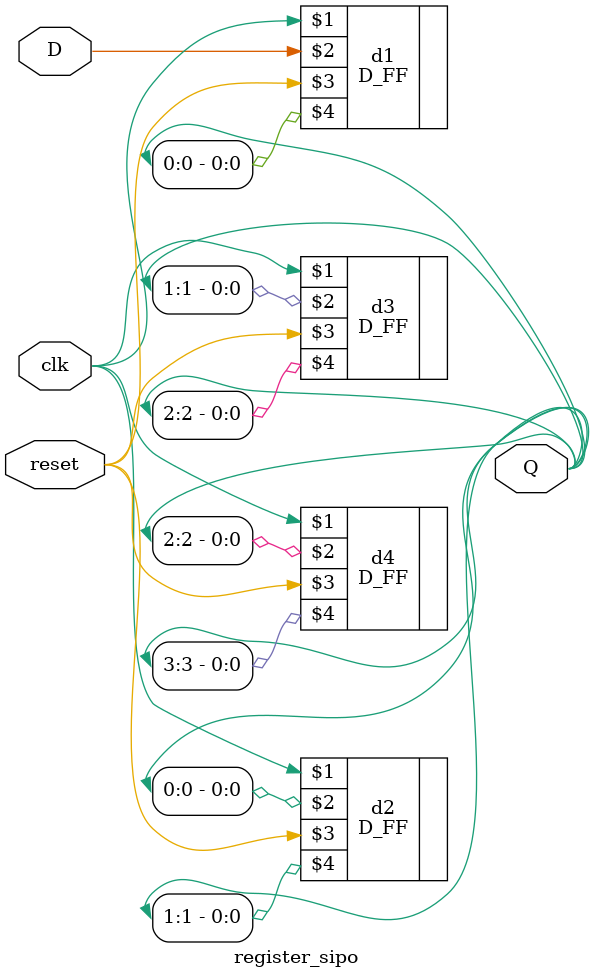
<source format=v>
`timescale 1ns / 1ps


module register_sipo (
    input clk, reset,
    input D,         // Serial Input
    output [3:0] Q   // Parallel Output
);
    D_FF d1(clk, D, reset, Q[0]);
    D_FF d2(clk, Q[0], reset, Q[1]);
    D_FF d3(clk, Q[1], reset, Q[2]);
    D_FF d4(clk, Q[2], reset, Q[3]);
endmodule


</source>
